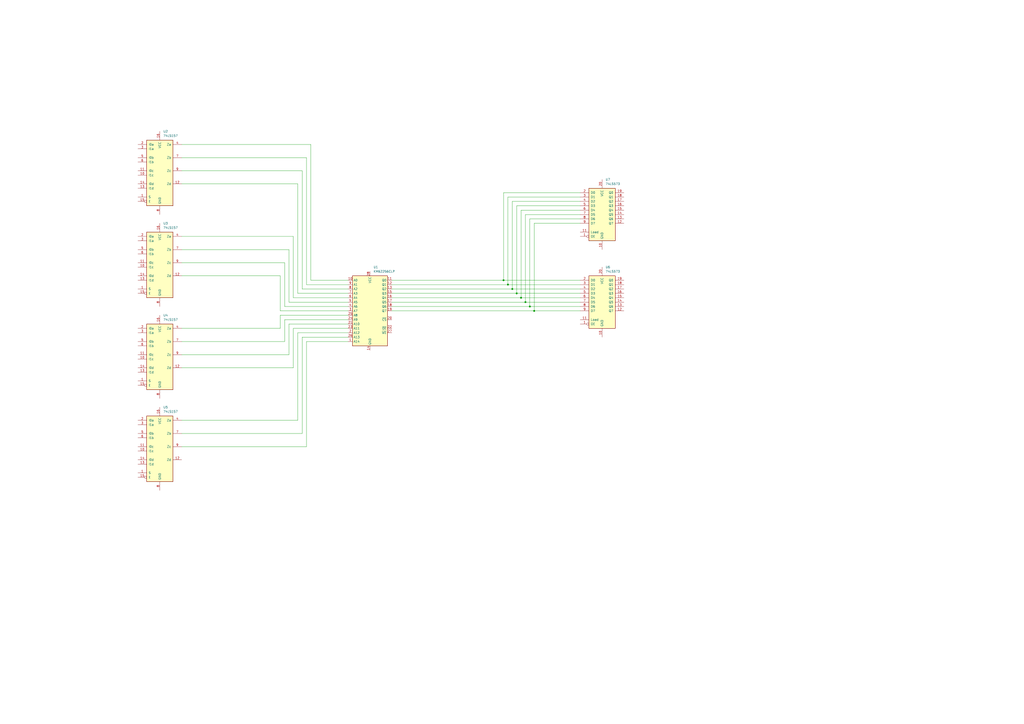
<source format=kicad_sch>
(kicad_sch (version 20230121) (generator eeschema)

  (uuid 965102b0-d386-409b-8a51-dbfd0de3a33e)

  (paper "A2")

  (lib_symbols
    (symbol "74xx:74LS157" (pin_names (offset 1.016)) (in_bom yes) (on_board yes)
      (property "Reference" "U" (at -7.62 19.05 0)
        (effects (font (size 1.27 1.27)))
      )
      (property "Value" "74LS157" (at -7.62 -21.59 0)
        (effects (font (size 1.27 1.27)))
      )
      (property "Footprint" "" (at 0 0 0)
        (effects (font (size 1.27 1.27)) hide)
      )
      (property "Datasheet" "http://www.ti.com/lit/gpn/sn74LS157" (at 0 0 0)
        (effects (font (size 1.27 1.27)) hide)
      )
      (property "ki_locked" "" (at 0 0 0)
        (effects (font (size 1.27 1.27)))
      )
      (property "ki_keywords" "TTL MUX MUX2" (at 0 0 0)
        (effects (font (size 1.27 1.27)) hide)
      )
      (property "ki_description" "Quad 2 to 1 line Multiplexer" (at 0 0 0)
        (effects (font (size 1.27 1.27)) hide)
      )
      (property "ki_fp_filters" "DIP?16*" (at 0 0 0)
        (effects (font (size 1.27 1.27)) hide)
      )
      (symbol "74LS157_1_0"
        (pin input line (at -12.7 -15.24 0) (length 5.08)
          (name "S" (effects (font (size 1.27 1.27))))
          (number "1" (effects (font (size 1.27 1.27))))
        )
        (pin input line (at -12.7 -2.54 0) (length 5.08)
          (name "I1c" (effects (font (size 1.27 1.27))))
          (number "10" (effects (font (size 1.27 1.27))))
        )
        (pin input line (at -12.7 0 0) (length 5.08)
          (name "I0c" (effects (font (size 1.27 1.27))))
          (number "11" (effects (font (size 1.27 1.27))))
        )
        (pin output line (at 12.7 -7.62 180) (length 5.08)
          (name "Zd" (effects (font (size 1.27 1.27))))
          (number "12" (effects (font (size 1.27 1.27))))
        )
        (pin input line (at -12.7 -10.16 0) (length 5.08)
          (name "I1d" (effects (font (size 1.27 1.27))))
          (number "13" (effects (font (size 1.27 1.27))))
        )
        (pin input line (at -12.7 -7.62 0) (length 5.08)
          (name "I0d" (effects (font (size 1.27 1.27))))
          (number "14" (effects (font (size 1.27 1.27))))
        )
        (pin input inverted (at -12.7 -17.78 0) (length 5.08)
          (name "E" (effects (font (size 1.27 1.27))))
          (number "15" (effects (font (size 1.27 1.27))))
        )
        (pin power_in line (at 0 22.86 270) (length 5.08)
          (name "VCC" (effects (font (size 1.27 1.27))))
          (number "16" (effects (font (size 1.27 1.27))))
        )
        (pin input line (at -12.7 15.24 0) (length 5.08)
          (name "I0a" (effects (font (size 1.27 1.27))))
          (number "2" (effects (font (size 1.27 1.27))))
        )
        (pin input line (at -12.7 12.7 0) (length 5.08)
          (name "I1a" (effects (font (size 1.27 1.27))))
          (number "3" (effects (font (size 1.27 1.27))))
        )
        (pin output line (at 12.7 15.24 180) (length 5.08)
          (name "Za" (effects (font (size 1.27 1.27))))
          (number "4" (effects (font (size 1.27 1.27))))
        )
        (pin input line (at -12.7 7.62 0) (length 5.08)
          (name "I0b" (effects (font (size 1.27 1.27))))
          (number "5" (effects (font (size 1.27 1.27))))
        )
        (pin input line (at -12.7 5.08 0) (length 5.08)
          (name "I1b" (effects (font (size 1.27 1.27))))
          (number "6" (effects (font (size 1.27 1.27))))
        )
        (pin output line (at 12.7 7.62 180) (length 5.08)
          (name "Zb" (effects (font (size 1.27 1.27))))
          (number "7" (effects (font (size 1.27 1.27))))
        )
        (pin power_in line (at 0 -25.4 90) (length 5.08)
          (name "GND" (effects (font (size 1.27 1.27))))
          (number "8" (effects (font (size 1.27 1.27))))
        )
        (pin output line (at 12.7 0 180) (length 5.08)
          (name "Zc" (effects (font (size 1.27 1.27))))
          (number "9" (effects (font (size 1.27 1.27))))
        )
      )
      (symbol "74LS157_1_1"
        (rectangle (start -7.62 17.78) (end 7.62 -20.32)
          (stroke (width 0.254) (type default))
          (fill (type background))
        )
      )
    )
    (symbol "74xx:74LS573" (pin_names (offset 1.016)) (in_bom yes) (on_board yes)
      (property "Reference" "U" (at -7.62 16.51 0)
        (effects (font (size 1.27 1.27)))
      )
      (property "Value" "74LS573" (at -7.62 -16.51 0)
        (effects (font (size 1.27 1.27)))
      )
      (property "Footprint" "" (at 0 0 0)
        (effects (font (size 1.27 1.27)) hide)
      )
      (property "Datasheet" "74xx/74hc573.pdf" (at 0 0 0)
        (effects (font (size 1.27 1.27)) hide)
      )
      (property "ki_locked" "" (at 0 0 0)
        (effects (font (size 1.27 1.27)))
      )
      (property "ki_keywords" "TTL DFF DFF8 LATCH 3State" (at 0 0 0)
        (effects (font (size 1.27 1.27)) hide)
      )
      (property "ki_description" "8-bit Latch 3-state outputs" (at 0 0 0)
        (effects (font (size 1.27 1.27)) hide)
      )
      (property "ki_fp_filters" "DIP?20*" (at 0 0 0)
        (effects (font (size 1.27 1.27)) hide)
      )
      (symbol "74LS573_1_0"
        (pin input inverted (at -12.7 -12.7 0) (length 5.08)
          (name "OE" (effects (font (size 1.27 1.27))))
          (number "1" (effects (font (size 1.27 1.27))))
        )
        (pin power_in line (at 0 -20.32 90) (length 5.08)
          (name "GND" (effects (font (size 1.27 1.27))))
          (number "10" (effects (font (size 1.27 1.27))))
        )
        (pin input line (at -12.7 -10.16 0) (length 5.08)
          (name "Load" (effects (font (size 1.27 1.27))))
          (number "11" (effects (font (size 1.27 1.27))))
        )
        (pin tri_state line (at 12.7 -5.08 180) (length 5.08)
          (name "Q7" (effects (font (size 1.27 1.27))))
          (number "12" (effects (font (size 1.27 1.27))))
        )
        (pin tri_state line (at 12.7 -2.54 180) (length 5.08)
          (name "Q6" (effects (font (size 1.27 1.27))))
          (number "13" (effects (font (size 1.27 1.27))))
        )
        (pin tri_state line (at 12.7 0 180) (length 5.08)
          (name "Q5" (effects (font (size 1.27 1.27))))
          (number "14" (effects (font (size 1.27 1.27))))
        )
        (pin tri_state line (at 12.7 2.54 180) (length 5.08)
          (name "Q4" (effects (font (size 1.27 1.27))))
          (number "15" (effects (font (size 1.27 1.27))))
        )
        (pin tri_state line (at 12.7 5.08 180) (length 5.08)
          (name "Q3" (effects (font (size 1.27 1.27))))
          (number "16" (effects (font (size 1.27 1.27))))
        )
        (pin tri_state line (at 12.7 7.62 180) (length 5.08)
          (name "Q2" (effects (font (size 1.27 1.27))))
          (number "17" (effects (font (size 1.27 1.27))))
        )
        (pin tri_state line (at 12.7 10.16 180) (length 5.08)
          (name "Q1" (effects (font (size 1.27 1.27))))
          (number "18" (effects (font (size 1.27 1.27))))
        )
        (pin tri_state line (at 12.7 12.7 180) (length 5.08)
          (name "Q0" (effects (font (size 1.27 1.27))))
          (number "19" (effects (font (size 1.27 1.27))))
        )
        (pin input line (at -12.7 12.7 0) (length 5.08)
          (name "D0" (effects (font (size 1.27 1.27))))
          (number "2" (effects (font (size 1.27 1.27))))
        )
        (pin power_in line (at 0 20.32 270) (length 5.08)
          (name "VCC" (effects (font (size 1.27 1.27))))
          (number "20" (effects (font (size 1.27 1.27))))
        )
        (pin input line (at -12.7 10.16 0) (length 5.08)
          (name "D1" (effects (font (size 1.27 1.27))))
          (number "3" (effects (font (size 1.27 1.27))))
        )
        (pin input line (at -12.7 7.62 0) (length 5.08)
          (name "D2" (effects (font (size 1.27 1.27))))
          (number "4" (effects (font (size 1.27 1.27))))
        )
        (pin input line (at -12.7 5.08 0) (length 5.08)
          (name "D3" (effects (font (size 1.27 1.27))))
          (number "5" (effects (font (size 1.27 1.27))))
        )
        (pin input line (at -12.7 2.54 0) (length 5.08)
          (name "D4" (effects (font (size 1.27 1.27))))
          (number "6" (effects (font (size 1.27 1.27))))
        )
        (pin input line (at -12.7 0 0) (length 5.08)
          (name "D5" (effects (font (size 1.27 1.27))))
          (number "7" (effects (font (size 1.27 1.27))))
        )
        (pin input line (at -12.7 -2.54 0) (length 5.08)
          (name "D6" (effects (font (size 1.27 1.27))))
          (number "8" (effects (font (size 1.27 1.27))))
        )
        (pin input line (at -12.7 -5.08 0) (length 5.08)
          (name "D7" (effects (font (size 1.27 1.27))))
          (number "9" (effects (font (size 1.27 1.27))))
        )
      )
      (symbol "74LS573_1_1"
        (rectangle (start -7.62 15.24) (end 7.62 -15.24)
          (stroke (width 0.254) (type default))
          (fill (type background))
        )
      )
    )
    (symbol "Memory_RAM:KM62256CLP" (in_bom yes) (on_board yes)
      (property "Reference" "U" (at -10.16 20.955 0)
        (effects (font (size 1.27 1.27)) (justify left bottom))
      )
      (property "Value" "KM62256CLP" (at 2.54 20.955 0)
        (effects (font (size 1.27 1.27)) (justify left bottom))
      )
      (property "Footprint" "Package_DIP:DIP-28_W15.24mm" (at 0 -2.54 0)
        (effects (font (size 1.27 1.27)) hide)
      )
      (property "Datasheet" "https://www.futurlec.com/Datasheet/Memory/62256.pdf" (at 0 -2.54 0)
        (effects (font (size 1.27 1.27)) hide)
      )
      (property "ki_keywords" "RAM SRAM CMOS MEMORY" (at 0 0 0)
        (effects (font (size 1.27 1.27)) hide)
      )
      (property "ki_description" "32Kx8 bit Low Power CMOS Static RAM, 55/70ns, DIP-28" (at 0 0 0)
        (effects (font (size 1.27 1.27)) hide)
      )
      (property "ki_fp_filters" "DIP*W15.24mm*" (at 0 0 0)
        (effects (font (size 1.27 1.27)) hide)
      )
      (symbol "KM62256CLP_0_0"
        (pin power_in line (at 0 -22.86 90) (length 2.54)
          (name "GND" (effects (font (size 1.27 1.27))))
          (number "14" (effects (font (size 1.27 1.27))))
        )
        (pin power_in line (at 0 22.86 270) (length 2.54)
          (name "VCC" (effects (font (size 1.27 1.27))))
          (number "28" (effects (font (size 1.27 1.27))))
        )
      )
      (symbol "KM62256CLP_0_1"
        (rectangle (start -10.16 20.32) (end 10.16 -20.32)
          (stroke (width 0.254) (type default))
          (fill (type background))
        )
      )
      (symbol "KM62256CLP_1_1"
        (pin input line (at -12.7 -17.78 0) (length 2.54)
          (name "A14" (effects (font (size 1.27 1.27))))
          (number "1" (effects (font (size 1.27 1.27))))
        )
        (pin input line (at -12.7 17.78 0) (length 2.54)
          (name "A0" (effects (font (size 1.27 1.27))))
          (number "10" (effects (font (size 1.27 1.27))))
        )
        (pin tri_state line (at 12.7 17.78 180) (length 2.54)
          (name "Q0" (effects (font (size 1.27 1.27))))
          (number "11" (effects (font (size 1.27 1.27))))
        )
        (pin tri_state line (at 12.7 15.24 180) (length 2.54)
          (name "Q1" (effects (font (size 1.27 1.27))))
          (number "12" (effects (font (size 1.27 1.27))))
        )
        (pin tri_state line (at 12.7 12.7 180) (length 2.54)
          (name "Q2" (effects (font (size 1.27 1.27))))
          (number "13" (effects (font (size 1.27 1.27))))
        )
        (pin tri_state line (at 12.7 10.16 180) (length 2.54)
          (name "Q3" (effects (font (size 1.27 1.27))))
          (number "15" (effects (font (size 1.27 1.27))))
        )
        (pin tri_state line (at 12.7 7.62 180) (length 2.54)
          (name "Q4" (effects (font (size 1.27 1.27))))
          (number "16" (effects (font (size 1.27 1.27))))
        )
        (pin tri_state line (at 12.7 5.08 180) (length 2.54)
          (name "Q5" (effects (font (size 1.27 1.27))))
          (number "17" (effects (font (size 1.27 1.27))))
        )
        (pin tri_state line (at 12.7 2.54 180) (length 2.54)
          (name "Q6" (effects (font (size 1.27 1.27))))
          (number "18" (effects (font (size 1.27 1.27))))
        )
        (pin tri_state line (at 12.7 0 180) (length 2.54)
          (name "Q7" (effects (font (size 1.27 1.27))))
          (number "19" (effects (font (size 1.27 1.27))))
        )
        (pin input line (at -12.7 -12.7 0) (length 2.54)
          (name "A12" (effects (font (size 1.27 1.27))))
          (number "2" (effects (font (size 1.27 1.27))))
        )
        (pin input line (at 12.7 -5.08 180) (length 2.54)
          (name "~{CS}" (effects (font (size 1.27 1.27))))
          (number "20" (effects (font (size 1.27 1.27))))
        )
        (pin input line (at -12.7 -7.62 0) (length 2.54)
          (name "A10" (effects (font (size 1.27 1.27))))
          (number "21" (effects (font (size 1.27 1.27))))
        )
        (pin input line (at 12.7 -10.16 180) (length 2.54)
          (name "~{OE}" (effects (font (size 1.27 1.27))))
          (number "22" (effects (font (size 1.27 1.27))))
        )
        (pin input line (at -12.7 -10.16 0) (length 2.54)
          (name "A11" (effects (font (size 1.27 1.27))))
          (number "23" (effects (font (size 1.27 1.27))))
        )
        (pin input line (at -12.7 -5.08 0) (length 2.54)
          (name "A9" (effects (font (size 1.27 1.27))))
          (number "24" (effects (font (size 1.27 1.27))))
        )
        (pin input line (at -12.7 -2.54 0) (length 2.54)
          (name "A8" (effects (font (size 1.27 1.27))))
          (number "25" (effects (font (size 1.27 1.27))))
        )
        (pin input line (at -12.7 -15.24 0) (length 2.54)
          (name "A13" (effects (font (size 1.27 1.27))))
          (number "26" (effects (font (size 1.27 1.27))))
        )
        (pin input line (at 12.7 -12.7 180) (length 2.54)
          (name "~{WE}" (effects (font (size 1.27 1.27))))
          (number "27" (effects (font (size 1.27 1.27))))
        )
        (pin input line (at -12.7 0 0) (length 2.54)
          (name "A7" (effects (font (size 1.27 1.27))))
          (number "3" (effects (font (size 1.27 1.27))))
        )
        (pin input line (at -12.7 2.54 0) (length 2.54)
          (name "A6" (effects (font (size 1.27 1.27))))
          (number "4" (effects (font (size 1.27 1.27))))
        )
        (pin input line (at -12.7 5.08 0) (length 2.54)
          (name "A5" (effects (font (size 1.27 1.27))))
          (number "5" (effects (font (size 1.27 1.27))))
        )
        (pin input line (at -12.7 7.62 0) (length 2.54)
          (name "A4" (effects (font (size 1.27 1.27))))
          (number "6" (effects (font (size 1.27 1.27))))
        )
        (pin input line (at -12.7 10.16 0) (length 2.54)
          (name "A3" (effects (font (size 1.27 1.27))))
          (number "7" (effects (font (size 1.27 1.27))))
        )
        (pin input line (at -12.7 12.7 0) (length 2.54)
          (name "A2" (effects (font (size 1.27 1.27))))
          (number "8" (effects (font (size 1.27 1.27))))
        )
        (pin input line (at -12.7 15.24 0) (length 2.54)
          (name "A1" (effects (font (size 1.27 1.27))))
          (number "9" (effects (font (size 1.27 1.27))))
        )
      )
    )
  )

  (junction (at 304.8 175.26) (diameter 0) (color 0 0 0 0)
    (uuid 1694de24-58e3-4e8b-bf77-06f5f008fcef)
  )
  (junction (at 297.18 167.64) (diameter 0) (color 0 0 0 0)
    (uuid 27f9d7fc-eb21-4462-9ff1-7cb001062510)
  )
  (junction (at 292.1 162.56) (diameter 0) (color 0 0 0 0)
    (uuid 407db293-23e2-406d-a0bd-5b3de3517d22)
  )
  (junction (at 294.64 165.1) (diameter 0) (color 0 0 0 0)
    (uuid 5ccb4dfc-2b7c-4034-9bb3-5cbe3e7f6f42)
  )
  (junction (at 309.88 180.34) (diameter 0) (color 0 0 0 0)
    (uuid 6848d054-2ea1-458f-8b9d-bbfb1b47c587)
  )
  (junction (at 299.72 170.18) (diameter 0) (color 0 0 0 0)
    (uuid 81407bdf-ea63-430c-ba8a-4bcf740ead5c)
  )
  (junction (at 302.26 172.72) (diameter 0) (color 0 0 0 0)
    (uuid ab3b4952-7211-424a-a7e9-be255ef0f869)
  )
  (junction (at 307.34 177.8) (diameter 0) (color 0 0 0 0)
    (uuid b531e462-f02d-42db-a764-a0fb3dcc19bd)
  )

  (wire (pts (xy 307.34 127) (xy 307.34 177.8))
    (stroke (width 0) (type default))
    (uuid 00b2b443-0fbc-43ba-a673-9f66d80b3048)
  )
  (wire (pts (xy 309.88 180.34) (xy 336.55 180.34))
    (stroke (width 0) (type default))
    (uuid 0185f9b5-cee4-4d00-8fd3-6710f80aae25)
  )
  (wire (pts (xy 302.26 172.72) (xy 336.55 172.72))
    (stroke (width 0) (type default))
    (uuid 02c7973c-03ca-43d6-8951-4d3efc631399)
  )
  (wire (pts (xy 292.1 162.56) (xy 336.55 162.56))
    (stroke (width 0) (type default))
    (uuid 04ab48ab-3cdc-45a7-82bd-199752c59696)
  )
  (wire (pts (xy 336.55 119.38) (xy 299.72 119.38))
    (stroke (width 0) (type default))
    (uuid 11ab4e3f-9dd9-43d7-ac05-325aa036b0bb)
  )
  (wire (pts (xy 170.18 190.5) (xy 170.18 213.36))
    (stroke (width 0) (type default))
    (uuid 1271cdf0-5264-4b53-82ec-bf459a912a07)
  )
  (wire (pts (xy 297.18 116.84) (xy 297.18 167.64))
    (stroke (width 0) (type default))
    (uuid 164a1b39-91ba-4c1d-a606-b04e0f9da4a7)
  )
  (wire (pts (xy 292.1 111.76) (xy 292.1 162.56))
    (stroke (width 0) (type default))
    (uuid 173792e1-b58f-4324-9038-cc21660a6a84)
  )
  (wire (pts (xy 299.72 119.38) (xy 299.72 170.18))
    (stroke (width 0) (type default))
    (uuid 1ce84b83-7d52-4f8d-8c0d-a703c49d81eb)
  )
  (wire (pts (xy 201.93 170.18) (xy 172.72 170.18))
    (stroke (width 0) (type default))
    (uuid 238a0ced-c682-4524-aee9-07e76f1045f7)
  )
  (wire (pts (xy 336.55 127) (xy 307.34 127))
    (stroke (width 0) (type default))
    (uuid 23fa11cf-5e41-488c-995d-4f86cf5c75ba)
  )
  (wire (pts (xy 299.72 170.18) (xy 336.55 170.18))
    (stroke (width 0) (type default))
    (uuid 24d62705-4f9f-4aac-be94-e293490ef612)
  )
  (wire (pts (xy 201.93 195.58) (xy 175.26 195.58))
    (stroke (width 0) (type default))
    (uuid 26fe9162-c85d-4dde-a964-267b509f7fcb)
  )
  (wire (pts (xy 227.33 172.72) (xy 302.26 172.72))
    (stroke (width 0) (type default))
    (uuid 2ed4adaf-bc2f-46cb-a924-687e7f07d218)
  )
  (wire (pts (xy 297.18 167.64) (xy 336.55 167.64))
    (stroke (width 0) (type default))
    (uuid 37d9a4ff-a171-4302-a4cc-acca049839fc)
  )
  (wire (pts (xy 165.1 185.42) (xy 165.1 198.12))
    (stroke (width 0) (type default))
    (uuid 3e9ca275-6bb1-490d-8828-e4214b2884c0)
  )
  (wire (pts (xy 175.26 167.64) (xy 201.93 167.64))
    (stroke (width 0) (type default))
    (uuid 4038948e-1b68-429e-8993-1c3fcb71ce4e)
  )
  (wire (pts (xy 201.93 182.88) (xy 162.56 182.88))
    (stroke (width 0) (type default))
    (uuid 43cf2760-ce64-4b81-811a-2aff0f5a2629)
  )
  (wire (pts (xy 177.8 259.08) (xy 105.41 259.08))
    (stroke (width 0) (type default))
    (uuid 4413eafb-0b0e-4ebf-a947-ea1e60b186e1)
  )
  (wire (pts (xy 167.64 205.74) (xy 105.41 205.74))
    (stroke (width 0) (type default))
    (uuid 46287bb1-3599-4369-8671-298e1e6ea579)
  )
  (wire (pts (xy 177.8 91.44) (xy 105.41 91.44))
    (stroke (width 0) (type default))
    (uuid 4f1bcb42-e9de-49e1-bd35-8c9e7d3b9d2c)
  )
  (wire (pts (xy 336.55 121.92) (xy 302.26 121.92))
    (stroke (width 0) (type default))
    (uuid 51c6cedb-26d7-4b0f-a35b-680879f27d23)
  )
  (wire (pts (xy 175.26 99.06) (xy 175.26 167.64))
    (stroke (width 0) (type default))
    (uuid 52b78f91-f716-4ccc-95c2-d2d06d853282)
  )
  (wire (pts (xy 167.64 175.26) (xy 167.64 144.78))
    (stroke (width 0) (type default))
    (uuid 57b1e66e-4353-4cf7-84c2-9b49650b15b0)
  )
  (wire (pts (xy 307.34 177.8) (xy 336.55 177.8))
    (stroke (width 0) (type default))
    (uuid 5aba35fb-dc18-4638-9205-b5c63375f6a8)
  )
  (wire (pts (xy 227.33 170.18) (xy 299.72 170.18))
    (stroke (width 0) (type default))
    (uuid 5af564bb-ad27-48b2-97b4-62a0d3488beb)
  )
  (wire (pts (xy 172.72 170.18) (xy 172.72 106.68))
    (stroke (width 0) (type default))
    (uuid 5c85c299-73d0-4d1f-9e91-1203b77098f9)
  )
  (wire (pts (xy 336.55 111.76) (xy 292.1 111.76))
    (stroke (width 0) (type default))
    (uuid 622c9145-3d5b-4846-bcd1-59fd94a3e151)
  )
  (wire (pts (xy 167.64 187.96) (xy 167.64 205.74))
    (stroke (width 0) (type default))
    (uuid 76b7f0f4-5e44-4747-9632-c7202ba4c931)
  )
  (wire (pts (xy 227.33 162.56) (xy 292.1 162.56))
    (stroke (width 0) (type default))
    (uuid 76ee385a-fe66-4987-a5a6-1468b97815cc)
  )
  (wire (pts (xy 304.8 175.26) (xy 336.55 175.26))
    (stroke (width 0) (type default))
    (uuid 7da27a3e-f13e-4406-a41d-eaadfc4f60f2)
  )
  (wire (pts (xy 162.56 160.02) (xy 105.41 160.02))
    (stroke (width 0) (type default))
    (uuid 7db16e0d-616e-4a23-9b51-68a69210d1e1)
  )
  (wire (pts (xy 201.93 185.42) (xy 165.1 185.42))
    (stroke (width 0) (type default))
    (uuid 8035c717-11aa-4f77-b712-14442cf13119)
  )
  (wire (pts (xy 227.33 165.1) (xy 294.64 165.1))
    (stroke (width 0) (type default))
    (uuid 88b84353-9059-40a0-9154-54f51d85f5b6)
  )
  (wire (pts (xy 336.55 124.46) (xy 304.8 124.46))
    (stroke (width 0) (type default))
    (uuid 8dde753b-929e-4a3b-ba7a-d49514b7eaf2)
  )
  (wire (pts (xy 170.18 137.16) (xy 105.41 137.16))
    (stroke (width 0) (type default))
    (uuid 8f75591b-5f85-4b88-8e5a-dde8b2680384)
  )
  (wire (pts (xy 172.72 193.04) (xy 172.72 243.84))
    (stroke (width 0) (type default))
    (uuid 91f333f9-0748-4056-98e3-490aeb73d772)
  )
  (wire (pts (xy 162.56 180.34) (xy 162.56 160.02))
    (stroke (width 0) (type default))
    (uuid 94595440-7fc5-4b0a-8216-cff8b5c2ef6d)
  )
  (wire (pts (xy 201.93 180.34) (xy 162.56 180.34))
    (stroke (width 0) (type default))
    (uuid 95101b3a-cc6e-44c5-b1a5-f5a1096b80e7)
  )
  (wire (pts (xy 227.33 167.64) (xy 297.18 167.64))
    (stroke (width 0) (type default))
    (uuid 973c483c-9b4e-4771-979a-0be92659414c)
  )
  (wire (pts (xy 227.33 175.26) (xy 304.8 175.26))
    (stroke (width 0) (type default))
    (uuid 9a9ec4d2-89b5-41cd-82f6-cf9821e216df)
  )
  (wire (pts (xy 201.93 190.5) (xy 170.18 190.5))
    (stroke (width 0) (type default))
    (uuid 9df7dcc2-8e77-44b0-b003-6c7aa1441cfd)
  )
  (wire (pts (xy 162.56 182.88) (xy 162.56 190.5))
    (stroke (width 0) (type default))
    (uuid 9f14d7a5-fce0-48f8-8c48-53869a2941ee)
  )
  (wire (pts (xy 336.55 116.84) (xy 297.18 116.84))
    (stroke (width 0) (type default))
    (uuid a0c64efe-22d2-4e29-b596-da06580217af)
  )
  (wire (pts (xy 201.93 162.56) (xy 180.34 162.56))
    (stroke (width 0) (type default))
    (uuid a3ddf0dd-9465-4f01-bdeb-3a3d3816064e)
  )
  (wire (pts (xy 175.26 251.46) (xy 105.41 251.46))
    (stroke (width 0) (type default))
    (uuid a9ef522a-cd55-42b4-830d-51ba1e2ad1f4)
  )
  (wire (pts (xy 180.34 162.56) (xy 180.34 83.82))
    (stroke (width 0) (type default))
    (uuid ab78c902-980d-480f-95c6-49265d6a85bc)
  )
  (wire (pts (xy 167.64 144.78) (xy 105.41 144.78))
    (stroke (width 0) (type default))
    (uuid aeac518e-94a1-4677-b2c2-a033d2ff6c92)
  )
  (wire (pts (xy 304.8 124.46) (xy 304.8 175.26))
    (stroke (width 0) (type default))
    (uuid b2e3e99a-d504-43fc-a4ca-f3b256014e07)
  )
  (wire (pts (xy 170.18 213.36) (xy 105.41 213.36))
    (stroke (width 0) (type default))
    (uuid b544b73f-ce7d-44f6-b5a3-491e75f2d5d7)
  )
  (wire (pts (xy 177.8 198.12) (xy 177.8 259.08))
    (stroke (width 0) (type default))
    (uuid b6ceb38b-549e-4a7d-a861-681c3233216f)
  )
  (wire (pts (xy 336.55 114.3) (xy 294.64 114.3))
    (stroke (width 0) (type default))
    (uuid bccd026b-3d7e-429b-958c-e4e5d089fce1)
  )
  (wire (pts (xy 165.1 198.12) (xy 105.41 198.12))
    (stroke (width 0) (type default))
    (uuid bd311bf7-29cc-4bb1-962f-09fdb58b704d)
  )
  (wire (pts (xy 309.88 129.54) (xy 309.88 180.34))
    (stroke (width 0) (type default))
    (uuid c1e63157-ab73-4b3d-a0d6-08d95f2361b5)
  )
  (wire (pts (xy 294.64 114.3) (xy 294.64 165.1))
    (stroke (width 0) (type default))
    (uuid c4ad6dd6-2c3a-4bf2-bc67-1e91cb531f3e)
  )
  (wire (pts (xy 105.41 99.06) (xy 175.26 99.06))
    (stroke (width 0) (type default))
    (uuid c589e9f0-0aba-4660-8267-3d475debce3a)
  )
  (wire (pts (xy 201.93 187.96) (xy 167.64 187.96))
    (stroke (width 0) (type default))
    (uuid c77690be-a720-4eeb-aed1-821d242a0935)
  )
  (wire (pts (xy 170.18 172.72) (xy 170.18 137.16))
    (stroke (width 0) (type default))
    (uuid c96b5c41-be94-48de-85be-a490597ef848)
  )
  (wire (pts (xy 177.8 165.1) (xy 177.8 91.44))
    (stroke (width 0) (type default))
    (uuid caae729c-e9ec-40a9-b9f9-bb41be4fd86e)
  )
  (wire (pts (xy 165.1 177.8) (xy 165.1 152.4))
    (stroke (width 0) (type default))
    (uuid d07b2405-b9e6-457b-8299-23c840893f88)
  )
  (wire (pts (xy 336.55 129.54) (xy 309.88 129.54))
    (stroke (width 0) (type default))
    (uuid d4254665-77a5-49f9-b65d-fcc0df609232)
  )
  (wire (pts (xy 227.33 177.8) (xy 307.34 177.8))
    (stroke (width 0) (type default))
    (uuid d4b43282-94ee-4334-a8e0-08317c672fc1)
  )
  (wire (pts (xy 201.93 193.04) (xy 172.72 193.04))
    (stroke (width 0) (type default))
    (uuid d7a9713c-c2bb-4805-9db9-a1f85d5d561b)
  )
  (wire (pts (xy 201.93 165.1) (xy 177.8 165.1))
    (stroke (width 0) (type default))
    (uuid d8139ee5-5760-4fd0-99a9-294b03c75766)
  )
  (wire (pts (xy 175.26 195.58) (xy 175.26 251.46))
    (stroke (width 0) (type default))
    (uuid dc0f255a-794f-4ebf-8a1c-e366a44c69fc)
  )
  (wire (pts (xy 294.64 165.1) (xy 336.55 165.1))
    (stroke (width 0) (type default))
    (uuid de14d7f2-6b9c-4afb-83a8-113368c98598)
  )
  (wire (pts (xy 201.93 198.12) (xy 177.8 198.12))
    (stroke (width 0) (type default))
    (uuid de7df82d-f79f-413f-9ab8-e543f6cf5de7)
  )
  (wire (pts (xy 162.56 190.5) (xy 105.41 190.5))
    (stroke (width 0) (type default))
    (uuid e06c0835-f335-4f77-ae88-a25dbfe2f51a)
  )
  (wire (pts (xy 201.93 177.8) (xy 165.1 177.8))
    (stroke (width 0) (type default))
    (uuid e1f444a4-b822-4a97-866a-4977a21314c6)
  )
  (wire (pts (xy 302.26 121.92) (xy 302.26 172.72))
    (stroke (width 0) (type default))
    (uuid e750f0ff-f5ce-4693-9eaf-4c06e1f88885)
  )
  (wire (pts (xy 227.33 180.34) (xy 309.88 180.34))
    (stroke (width 0) (type default))
    (uuid e7c3fc9d-70d8-4920-969f-48bfbf6525d1)
  )
  (wire (pts (xy 201.93 172.72) (xy 170.18 172.72))
    (stroke (width 0) (type default))
    (uuid eaeef94d-fc1a-4390-a4e1-ea56b157c369)
  )
  (wire (pts (xy 172.72 243.84) (xy 105.41 243.84))
    (stroke (width 0) (type default))
    (uuid ebbf4b83-9d6d-47d6-93a3-dffc37567458)
  )
  (wire (pts (xy 201.93 175.26) (xy 167.64 175.26))
    (stroke (width 0) (type default))
    (uuid ef854f7c-ecc1-4361-86f8-3a040304787b)
  )
  (wire (pts (xy 172.72 106.68) (xy 105.41 106.68))
    (stroke (width 0) (type default))
    (uuid f5fb8080-ab22-4320-a28a-1841744971a8)
  )
  (wire (pts (xy 165.1 152.4) (xy 105.41 152.4))
    (stroke (width 0) (type default))
    (uuid f67a293f-3736-42bc-839a-e22eb824a9c0)
  )
  (wire (pts (xy 180.34 83.82) (xy 105.41 83.82))
    (stroke (width 0) (type default))
    (uuid fc35b88d-9c5c-442a-b2c1-1b9c3147166c)
  )

  (symbol (lib_id "74xx:74LS157") (at 92.71 99.06 0) (unit 1)
    (in_bom yes) (on_board yes) (dnp no) (fields_autoplaced)
    (uuid 1e37d25a-edbe-437f-864a-09d887848228)
    (property "Reference" "U2" (at 94.6659 76.2 0)
      (effects (font (size 1.27 1.27)) (justify left))
    )
    (property "Value" "74LS157" (at 94.6659 78.74 0)
      (effects (font (size 1.27 1.27)) (justify left))
    )
    (property "Footprint" "" (at 92.71 99.06 0)
      (effects (font (size 1.27 1.27)) hide)
    )
    (property "Datasheet" "http://www.ti.com/lit/gpn/sn74LS157" (at 92.71 99.06 0)
      (effects (font (size 1.27 1.27)) hide)
    )
    (pin "1" (uuid 2ce36e5f-b1eb-452c-8f23-7ba6293cc54a))
    (pin "10" (uuid 214088bb-64bc-4b19-a654-e3c1cc9f6dce))
    (pin "11" (uuid 9ae64f13-edb3-45b7-8e05-a7b9ccc7e519))
    (pin "12" (uuid 92da5cca-a6ef-4bcf-8112-3ad07529581f))
    (pin "13" (uuid 779c94dd-8b42-4e7e-9960-ee05c9ddf647))
    (pin "14" (uuid 4e6206cf-64b1-4416-b27d-a9b35910c7c8))
    (pin "15" (uuid fee5cc2f-a160-44ab-b597-8dcc0ac173e0))
    (pin "16" (uuid 9392773e-5345-45d2-80ea-e387328676d0))
    (pin "2" (uuid 4d0237e1-41fa-4abc-95e4-57b53007255d))
    (pin "3" (uuid e347378e-84c6-499e-ae56-83e8da0bef0e))
    (pin "4" (uuid a1d17e14-7656-46a5-bec9-98fff64450bb))
    (pin "5" (uuid 87883c72-b4f7-4bda-b383-a429b43ade30))
    (pin "6" (uuid 198917d2-bdd2-4b23-9ce2-4ab9385404f3))
    (pin "7" (uuid 5eee163c-2461-44cf-a58d-704985fc8cc3))
    (pin "8" (uuid 05b0ef03-e624-4ac7-bac9-5e0a0d6b25f0))
    (pin "9" (uuid bc3dafce-1e76-4fa3-8a73-808cd613700f))
    (instances
      (project "fake_dual_ram"
        (path "/965102b0-d386-409b-8a51-dbfd0de3a33e"
          (reference "U2") (unit 1)
        )
      )
    )
  )

  (symbol (lib_id "74xx:74LS573") (at 349.25 175.26 0) (unit 1)
    (in_bom yes) (on_board yes) (dnp no) (fields_autoplaced)
    (uuid 67916072-32fd-4f80-b264-000bc76da200)
    (property "Reference" "U6" (at 351.2059 154.94 0)
      (effects (font (size 1.27 1.27)) (justify left))
    )
    (property "Value" "74LS573" (at 351.2059 157.48 0)
      (effects (font (size 1.27 1.27)) (justify left))
    )
    (property "Footprint" "" (at 349.25 175.26 0)
      (effects (font (size 1.27 1.27)) hide)
    )
    (property "Datasheet" "74xx/74hc573.pdf" (at 349.25 175.26 0)
      (effects (font (size 1.27 1.27)) hide)
    )
    (pin "1" (uuid af7c2127-1441-4b93-9f8b-652d00955fe2))
    (pin "10" (uuid f9d4ac0c-9264-497c-88bc-6472047b9c8a))
    (pin "11" (uuid 576b7259-5bdb-49e8-bc69-b1d60b545111))
    (pin "12" (uuid 43b46e8f-5d64-40f4-88f0-390e61aa1ea8))
    (pin "13" (uuid 0161fca7-9e1d-4fd5-ab75-cf674587cff5))
    (pin "14" (uuid e32d0506-50ae-4014-a527-cca43149e9c8))
    (pin "15" (uuid 4eca10db-8cb7-4976-9f41-1db82c77d464))
    (pin "16" (uuid 99942b43-b9c2-428a-a4bf-d45fc3c54eba))
    (pin "17" (uuid c7c270d3-b814-4956-bcbf-a59ce60d6c29))
    (pin "18" (uuid 4e725505-d3ac-4350-9d2d-ce3dea14bd88))
    (pin "19" (uuid d5472294-9c82-4c07-aba4-5c2121098c88))
    (pin "2" (uuid 899c4a4b-aadf-45f9-8dbb-9742ddd97316))
    (pin "20" (uuid 0749f7da-741b-4fe4-bbf2-ee9c84803218))
    (pin "3" (uuid 28049003-bbac-40a0-9191-cdc7ed5534c0))
    (pin "4" (uuid b1420268-3759-44e6-89f1-8e252839b5a5))
    (pin "5" (uuid 1ad05eb4-0c8d-4ac6-95bf-b3d5836db0b0))
    (pin "6" (uuid 99df2627-4ff2-4e23-8b11-09692391e017))
    (pin "7" (uuid 6c097f61-fcd2-4fc8-a9b0-a0131f3f1416))
    (pin "8" (uuid 996dd78b-3cce-45f1-b565-ed0c9499ae2e))
    (pin "9" (uuid 3e0135dd-b9d4-4ec3-8515-a1bfc0ab546c))
    (instances
      (project "fake_dual_ram"
        (path "/965102b0-d386-409b-8a51-dbfd0de3a33e"
          (reference "U6") (unit 1)
        )
      )
    )
  )

  (symbol (lib_id "74xx:74LS157") (at 92.71 259.08 0) (unit 1)
    (in_bom yes) (on_board yes) (dnp no) (fields_autoplaced)
    (uuid 690989f7-1f09-4433-84b9-6a3ece2fcb1b)
    (property "Reference" "U5" (at 94.6659 236.22 0)
      (effects (font (size 1.27 1.27)) (justify left))
    )
    (property "Value" "74LS157" (at 94.6659 238.76 0)
      (effects (font (size 1.27 1.27)) (justify left))
    )
    (property "Footprint" "" (at 92.71 259.08 0)
      (effects (font (size 1.27 1.27)) hide)
    )
    (property "Datasheet" "http://www.ti.com/lit/gpn/sn74LS157" (at 92.71 259.08 0)
      (effects (font (size 1.27 1.27)) hide)
    )
    (pin "1" (uuid a8d66721-74da-470d-8bd3-b7800af121a0))
    (pin "10" (uuid ed86a20f-4cd4-4dca-be3d-bf2e5e8e148b))
    (pin "11" (uuid 965e2dbe-ad64-4870-84c7-ab73d9676e3f))
    (pin "12" (uuid 01be5f66-d693-40f8-9947-ddb0a8fcad84))
    (pin "13" (uuid 81b510cf-a34a-4237-916e-d79085238c86))
    (pin "14" (uuid 0c69c9c4-6bbe-4773-811e-040addf24ead))
    (pin "15" (uuid 7efe933f-de45-42d6-b84e-0cfdea608171))
    (pin "16" (uuid c7cc1cad-d4f6-4891-877a-9c87cb9a86f4))
    (pin "2" (uuid 634095ed-3896-4d83-8328-d65dff2ab9cc))
    (pin "3" (uuid baae6b19-1c3d-4c9b-aca8-3dc15a7de027))
    (pin "4" (uuid 99861a78-4619-416b-a3e1-5c4d0ee8bc7b))
    (pin "5" (uuid 705f889f-9210-406a-961e-7142b8aded27))
    (pin "6" (uuid c568aa3e-7918-4701-9a92-85d393ed41dd))
    (pin "7" (uuid 6b6f96aa-bff8-4d03-a73a-be670351497e))
    (pin "8" (uuid 757cb808-66e2-49fe-9318-de271ce043c7))
    (pin "9" (uuid 8958719a-6fbf-472c-aabd-a398411a7704))
    (instances
      (project "fake_dual_ram"
        (path "/965102b0-d386-409b-8a51-dbfd0de3a33e"
          (reference "U5") (unit 1)
        )
      )
    )
  )

  (symbol (lib_id "74xx:74LS157") (at 92.71 152.4 0) (unit 1)
    (in_bom yes) (on_board yes) (dnp no) (fields_autoplaced)
    (uuid abbd68c2-9d98-4841-9859-00712d4b8b08)
    (property "Reference" "U3" (at 94.6659 129.54 0)
      (effects (font (size 1.27 1.27)) (justify left))
    )
    (property "Value" "74LS157" (at 94.6659 132.08 0)
      (effects (font (size 1.27 1.27)) (justify left))
    )
    (property "Footprint" "" (at 92.71 152.4 0)
      (effects (font (size 1.27 1.27)) hide)
    )
    (property "Datasheet" "http://www.ti.com/lit/gpn/sn74LS157" (at 92.71 152.4 0)
      (effects (font (size 1.27 1.27)) hide)
    )
    (pin "1" (uuid 41394d6e-c94a-4aa7-96dc-abfba456b848))
    (pin "10" (uuid de5a3088-be3f-440c-aeda-7741366ea6ca))
    (pin "11" (uuid dddfca43-2740-4330-9f23-54535fb29aef))
    (pin "12" (uuid bdb17f10-d60c-4311-9507-d6eb9447b87b))
    (pin "13" (uuid 6b51c797-50bc-45d4-9163-93f55c3b983f))
    (pin "14" (uuid 4d3a501b-0c73-4614-a462-ab20491609db))
    (pin "15" (uuid 6287dfa4-f2ac-4bdb-993f-283daa0563af))
    (pin "16" (uuid 5b825329-ae29-423a-96e9-3ec33f2e3edd))
    (pin "2" (uuid 94c409fc-b10d-4baa-989d-3b9349755873))
    (pin "3" (uuid c013bc94-6557-48d9-b02c-47d8a47a179f))
    (pin "4" (uuid a2422cb6-8afc-420f-9e33-0f0320cc1796))
    (pin "5" (uuid 136c4794-14f3-46ce-a2c6-0dc826297f5a))
    (pin "6" (uuid 307cb9a0-1668-4739-bfa3-d2db84d6efd6))
    (pin "7" (uuid cfbafd88-52cd-472b-86ef-63ec349c7d89))
    (pin "8" (uuid f6ffc0f5-529f-4e3d-a2dd-531f58231380))
    (pin "9" (uuid 91fe9877-0ea3-44f3-ab82-9eb6c2ecea41))
    (instances
      (project "fake_dual_ram"
        (path "/965102b0-d386-409b-8a51-dbfd0de3a33e"
          (reference "U3") (unit 1)
        )
      )
    )
  )

  (symbol (lib_id "74xx:74LS573") (at 349.25 124.46 0) (unit 1)
    (in_bom yes) (on_board yes) (dnp no) (fields_autoplaced)
    (uuid c8f9386e-1a9b-4c9f-ba38-6978d7d569c3)
    (property "Reference" "U7" (at 351.2059 104.14 0)
      (effects (font (size 1.27 1.27)) (justify left))
    )
    (property "Value" "74LS573" (at 351.2059 106.68 0)
      (effects (font (size 1.27 1.27)) (justify left))
    )
    (property "Footprint" "" (at 349.25 124.46 0)
      (effects (font (size 1.27 1.27)) hide)
    )
    (property "Datasheet" "74xx/74hc573.pdf" (at 349.25 124.46 0)
      (effects (font (size 1.27 1.27)) hide)
    )
    (pin "1" (uuid 58d6f985-9078-4e9f-bb22-8859ddecfed3))
    (pin "10" (uuid 0ce5faf1-4f75-4192-a669-7e489a361f6a))
    (pin "11" (uuid 3c5c603c-0109-49df-a5cc-091ca51b877c))
    (pin "12" (uuid df306078-07d7-40eb-a362-f594d56ad23a))
    (pin "13" (uuid afddf8ba-503b-4e10-ade3-76cb4d540897))
    (pin "14" (uuid 40ce032e-8c67-4a7a-964f-7ac00bd2fc08))
    (pin "15" (uuid bffb0196-1175-43df-a0ef-e9c894845cdf))
    (pin "16" (uuid 867afcc2-bbca-463f-92a9-ba409eef8840))
    (pin "17" (uuid 530fe5b6-b98b-4c51-a635-8da64a601290))
    (pin "18" (uuid d6a2c934-e125-4780-8c4c-6479003eb927))
    (pin "19" (uuid 4c61ae6f-7da9-43ab-864e-0c5b073852e7))
    (pin "2" (uuid d50e05b3-01c3-4ce1-a031-4654fd2580ab))
    (pin "20" (uuid 8d3e637c-7981-48c9-9de6-55d7196c47ad))
    (pin "3" (uuid ae8d7197-202b-47bd-b718-4e590d007da6))
    (pin "4" (uuid 4f000734-1aed-431f-905a-ede4bef911d9))
    (pin "5" (uuid 0b70e810-a26d-4d71-8d3c-1f0cab0bde01))
    (pin "6" (uuid 5adf398b-ceee-41a1-b2ee-60f7bab0991c))
    (pin "7" (uuid c5a4cdae-237a-479a-98b9-a1fddf90b326))
    (pin "8" (uuid 23fc0d2b-4930-4305-a6d2-49f0eaf07e19))
    (pin "9" (uuid 188ef2e8-b175-4eb1-ad6f-4b8426f93764))
    (instances
      (project "fake_dual_ram"
        (path "/965102b0-d386-409b-8a51-dbfd0de3a33e"
          (reference "U7") (unit 1)
        )
      )
    )
  )

  (symbol (lib_id "Memory_RAM:KM62256CLP") (at 214.63 180.34 0) (unit 1)
    (in_bom yes) (on_board yes) (dnp no) (fields_autoplaced)
    (uuid cc21d894-3a57-4953-9cdf-87c35bb04fb3)
    (property "Reference" "U1" (at 216.5859 154.94 0)
      (effects (font (size 1.27 1.27)) (justify left))
    )
    (property "Value" "KM62256CLP" (at 216.5859 157.48 0)
      (effects (font (size 1.27 1.27)) (justify left))
    )
    (property "Footprint" "Package_DIP:DIP-28_W15.24mm" (at 214.63 182.88 0)
      (effects (font (size 1.27 1.27)) hide)
    )
    (property "Datasheet" "https://www.futurlec.com/Datasheet/Memory/62256.pdf" (at 214.63 182.88 0)
      (effects (font (size 1.27 1.27)) hide)
    )
    (pin "14" (uuid 40cef33f-13b0-4d8a-a555-4befa79c5590))
    (pin "28" (uuid 6ae1c456-9c51-4814-8fa1-030430f17105))
    (pin "1" (uuid dbd3066d-2d02-4b96-ac25-d67a07259379))
    (pin "10" (uuid d2134d4e-6802-46e3-bfb3-2978a89dfe49))
    (pin "11" (uuid b6708e0c-862d-47f4-b5f7-0a3555e06d2f))
    (pin "12" (uuid 4ba41375-6177-4c9d-9bd4-4540ab5c3b32))
    (pin "13" (uuid 4fa1e659-d01d-4ec4-a238-b87867600e5f))
    (pin "15" (uuid 709cfca6-2f99-439b-b23d-c9b10c572933))
    (pin "16" (uuid 2d7bdee2-d891-405a-b4c0-9e42553e2394))
    (pin "17" (uuid 2fe9a5bc-fd61-4834-8ff9-c08983ab0086))
    (pin "18" (uuid 06737359-038e-4233-9d48-1cbdb18be8f2))
    (pin "19" (uuid 455031c9-e77b-4aa5-8e76-37e390cdc0f8))
    (pin "2" (uuid 904f87e9-de31-4fa5-bffe-c909ab39c9f1))
    (pin "20" (uuid 4b3c4c61-96fa-4e88-a339-9d9485c0ab97))
    (pin "21" (uuid edac9104-9eb4-428e-a565-295ddf31ae24))
    (pin "22" (uuid a8d69a1b-61cf-4e55-bf54-e28812b9c7d7))
    (pin "23" (uuid 942fdce7-01b6-414f-a21f-439c779bd94b))
    (pin "24" (uuid e55ba149-b28a-4509-a061-9978d568346d))
    (pin "25" (uuid d854036e-a9c3-45ae-bd77-564fd3223009))
    (pin "26" (uuid 40916744-f967-4dd8-b04d-db630978704f))
    (pin "27" (uuid ad168274-7a95-48c0-b392-de347a67af97))
    (pin "3" (uuid 2aef848e-7a67-461c-8db9-d0744ce0b1cc))
    (pin "4" (uuid 43edced7-8aa5-4248-9506-cfa38652ab60))
    (pin "5" (uuid fe8c3c4a-3a12-432f-82e3-195fb74d9685))
    (pin "6" (uuid 9a3e9c7a-f2da-46cc-b25f-24aeb47a1d56))
    (pin "7" (uuid e9780295-2a3a-4c36-b8ae-a1724523407b))
    (pin "8" (uuid af18a093-a50d-4f44-aaab-5492501dcbb8))
    (pin "9" (uuid e135b470-fd5c-4043-8ca6-e92974aa4ac0))
    (instances
      (project "fake_dual_ram"
        (path "/965102b0-d386-409b-8a51-dbfd0de3a33e"
          (reference "U1") (unit 1)
        )
      )
    )
  )

  (symbol (lib_id "74xx:74LS157") (at 92.71 205.74 0) (unit 1)
    (in_bom yes) (on_board yes) (dnp no) (fields_autoplaced)
    (uuid efe68fdf-66af-43b3-b175-d27474a43397)
    (property "Reference" "U4" (at 94.6659 182.88 0)
      (effects (font (size 1.27 1.27)) (justify left))
    )
    (property "Value" "74LS157" (at 94.6659 185.42 0)
      (effects (font (size 1.27 1.27)) (justify left))
    )
    (property "Footprint" "" (at 92.71 205.74 0)
      (effects (font (size 1.27 1.27)) hide)
    )
    (property "Datasheet" "http://www.ti.com/lit/gpn/sn74LS157" (at 92.71 205.74 0)
      (effects (font (size 1.27 1.27)) hide)
    )
    (pin "1" (uuid 7e42c170-9ee8-4016-b31c-ed6c9dafcd1b))
    (pin "10" (uuid c0cfe2fd-976f-4d80-a6a4-b961a9fc3662))
    (pin "11" (uuid e48b6169-2079-48cd-8c70-a841581bf100))
    (pin "12" (uuid d6faaabc-37ac-4032-9c2c-20c5dbe9b663))
    (pin "13" (uuid 77b66a4c-aefe-44a9-b50f-caf09a126e9a))
    (pin "14" (uuid 6c638419-f33c-4214-9a57-ca60337f327b))
    (pin "15" (uuid 958546bb-ca0f-4d53-8674-c631ab4e43c9))
    (pin "16" (uuid cd9b2772-15e3-4161-b7e9-ff2626d22ad8))
    (pin "2" (uuid a2390d05-3205-47c8-8bba-0446d7e7d2a3))
    (pin "3" (uuid 86cf4943-d073-46fd-803c-3cb984cbe610))
    (pin "4" (uuid 6d69b167-7f59-46ab-ad2a-163a80231bbd))
    (pin "5" (uuid 64ff4664-cf0f-4f15-b32a-169593f4708d))
    (pin "6" (uuid 91d75b5c-0db5-45be-ae2b-c14d826b6f2d))
    (pin "7" (uuid f6257eb7-60d4-4d92-809c-77c6a497b9fd))
    (pin "8" (uuid 9fa21a8d-344b-429c-a1b4-4f9c7cc2bea5))
    (pin "9" (uuid 9be2fcb7-8227-413c-af57-af37700c1fa6))
    (instances
      (project "fake_dual_ram"
        (path "/965102b0-d386-409b-8a51-dbfd0de3a33e"
          (reference "U4") (unit 1)
        )
      )
    )
  )

  (sheet_instances
    (path "/" (page "1"))
  )
)

</source>
